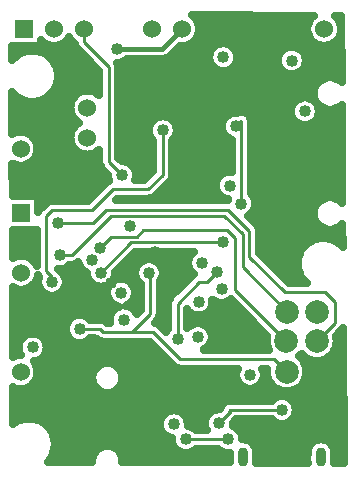
<source format=gbr>
G04 DipTrace 3.3.1.3*
G04 Signal_1.gbr*
%MOIN*%
G04 #@! TF.FileFunction,Copper,L2,Inr*
G04 #@! TF.Part,Single*
G04 #@! TA.AperFunction,Conductor*
%ADD10C,0.009843*%
G04 #@! TA.AperFunction,ViaPad*
%ADD14C,0.04*%
G04 #@! TA.AperFunction,Conductor*
%ADD15C,0.015*%
G04 #@! TA.AperFunction,CopperBalancing*
%ADD16C,0.025*%
G04 #@! TA.AperFunction,ComponentPad*
%ADD17R,0.06X0.06*%
%ADD18C,0.06*%
%ADD28C,0.07874*%
%ADD34O,0.035433X0.062992*%
%FSLAX26Y26*%
G04*
G70*
G90*
G75*
G01*
G04 Inner1*
%LPD*%
X1141493Y1171112D2*
D10*
X836175D1*
X734936Y1069873D1*
X789701Y1816054D2*
D15*
X939651D1*
X1005731Y1882134D1*
X677976Y1881722D2*
D10*
Y1837833D1*
X759961Y1755846D1*
Y1440335D1*
X805578Y1394718D1*
X596441Y1127317D2*
X637229D1*
X769343Y1259431D1*
X1144409D1*
X1206476Y1197364D1*
Y1087280D1*
X1353531Y940225D1*
X592556Y1236440D2*
X707784D1*
X751661Y1280317D1*
X1158573D1*
X1229645Y1209245D1*
Y1121064D1*
X1346848Y1003860D1*
X1481888D1*
X1514230Y971518D1*
Y901162D1*
X1453924Y840856D1*
X1159645Y514100D2*
X1018216D1*
X1337621Y611970D2*
X1165600D1*
X1162669Y609039D1*
X1169264D1*
X1128228Y568003D1*
X990044Y847927D2*
Y967125D1*
X1060854Y1037935D1*
X1087998D1*
X1122222Y1072159D1*
X663662Y882224D2*
X731129D1*
X742297Y871056D1*
X837848D1*
X898598Y931805D1*
Y1064025D1*
X894247Y1068376D1*
X837848Y871056D2*
X909569D1*
X998878Y781746D1*
X1311852D1*
X1353373Y740225D1*
X730060Y1152759D2*
X767226Y1189926D1*
X854251D1*
X875422Y1211095D1*
X1154735D1*
X1180864Y1184966D1*
Y1012813D1*
X1352783Y840894D1*
X571569Y1039275D2*
Y1056978D1*
X552687Y1075860D1*
Y1257607D1*
X572749Y1277669D1*
X704928D1*
X775738Y1348478D1*
X892574D1*
X940961Y1396865D1*
Y1544386D1*
X1202535Y1299792D2*
Y1575826D1*
X1184077Y1557368D1*
D14*
X1141493Y1171112D3*
X734936Y1069873D3*
X789701Y1816054D3*
X805578Y1394718D3*
X1070973Y1102082D3*
X596441Y1127317D3*
X592556Y1236440D3*
X1370611Y1776985D3*
X1159645Y514100D3*
X1018216D3*
X1337621Y611970D3*
X1128228Y568003D3*
X990044Y847927D3*
X1122222Y1072159D3*
X990044Y847927D3*
X663662Y882224D3*
X894247Y1068376D3*
X730060Y1152759D3*
X571569Y1039275D3*
X940961Y1544386D3*
X801876Y1003163D3*
X1202535Y1299792D3*
X1184077Y1557368D3*
X1060445Y973170D3*
X810545Y913193D3*
X1136666Y1015707D3*
X768810Y1036218D3*
X915378Y1137951D3*
X1177705Y828397D3*
X1231464Y729365D3*
X782224Y526405D3*
X507035Y820890D3*
X832856Y1226338D3*
X704691Y1112682D3*
X996968Y1684810D3*
X518161Y1373100D3*
X1414494Y1607550D3*
X1142301Y1787907D3*
X1404848Y1393050D3*
X1164016Y1360335D3*
X977624Y564742D3*
X1279798Y1157810D3*
X1057829Y855380D3*
X1059720Y1905396D2*
D16*
X1424830D1*
X1064708Y1880527D2*
X1419842D1*
X1058141Y1855658D2*
X1426409D1*
X536959Y1830789D2*
X551049D1*
X604924D2*
X644851D1*
X1031802D2*
X1121859D1*
X1162743D2*
X1452747D1*
X1504827D2*
X1534169D1*
X441399Y1805920D2*
X476159D1*
X535632D2*
X662973D1*
X980092D2*
X1096956D1*
X1187648D2*
X1331710D1*
X1409483D2*
X1534276D1*
X572843Y1781052D2*
X687840D1*
X822813D2*
X1093834D1*
X1190770D2*
X1321806D1*
X1419423D2*
X1534384D1*
X587986Y1756183D2*
X712708D1*
X793854D2*
X1105819D1*
X1178784D2*
X1326543D1*
X1414687D2*
X1534528D1*
X593692Y1731314D2*
X726057D1*
X793890D2*
X1359413D1*
X1381780D2*
X1534636D1*
X591934Y1706445D2*
X726057D1*
X793890D2*
X1458669D1*
X582174Y1681577D2*
X726057D1*
X793890D2*
X1443669D1*
X560141Y1656708D2*
X643560D1*
X793890D2*
X1442735D1*
X441722Y1631839D2*
X631430D1*
X793890D2*
X1372367D1*
X441759Y1606970D2*
X631789D1*
X793890D2*
X1195960D1*
X1209112D2*
X1365512D1*
X1463489D2*
X1535245D1*
X441794Y1582102D2*
X645031D1*
X793890D2*
X911291D1*
X970655D2*
X1142205D1*
X1235804D2*
X1373085D1*
X1455918D2*
X1535389D1*
X441867Y1557233D2*
X644025D1*
X793890D2*
X893780D1*
X988130D2*
X1135100D1*
X1236449D2*
X1535497D1*
X497200Y1532364D2*
X631537D1*
X793890D2*
X893564D1*
X988382D2*
X1142385D1*
X1236449D2*
X1535604D1*
X520201Y1507495D2*
X631682D1*
X793890D2*
X907057D1*
X974890D2*
X1168616D1*
X1236449D2*
X1535747D1*
X525620Y1482627D2*
X644564D1*
X793890D2*
X907057D1*
X974890D2*
X1168616D1*
X1236449D2*
X1535855D1*
X519519Y1457758D2*
X726057D1*
X793890D2*
X907057D1*
X974890D2*
X1168616D1*
X1236449D2*
X1535962D1*
X494544Y1432889D2*
X726953D1*
X834619D2*
X907057D1*
X974890D2*
X1168616D1*
X1236449D2*
X1536107D1*
X442153Y1408020D2*
X745363D1*
X852632D2*
X905191D1*
X974890D2*
X1168616D1*
X1236449D2*
X1536214D1*
X442190Y1383151D2*
X758065D1*
X853099D2*
X880323D1*
X971731D2*
X1120998D1*
X1236449D2*
X1536357D1*
X442225Y1358283D2*
X738616D1*
X949305D2*
X1115077D1*
X1236449D2*
X1536465D1*
X442260Y1333414D2*
X713749D1*
X924436D2*
X1123617D1*
X1237132D2*
X1536573D1*
X527665Y1308545D2*
X564470D1*
X1250696D2*
X1461037D1*
X1248650Y1283676D2*
X1444314D1*
X1227012Y1258808D2*
X1442377D1*
X1251880Y1233939D2*
X1453142D1*
X442512Y1209070D2*
X518789D1*
X1263543D2*
X1537183D1*
X442548Y1184201D2*
X518789D1*
X1263543D2*
X1455546D1*
X1495749D2*
X1537326D1*
X442620Y1159333D2*
X518789D1*
X1263543D2*
X1411050D1*
X442655Y1134464D2*
X518789D1*
X846460D2*
X1035128D1*
X1263543D2*
X1394615D1*
X821592Y1109595D2*
X870239D1*
X918264D2*
X1022604D1*
X1288052D2*
X1388085D1*
X617591Y1084726D2*
X665053D1*
X796725D2*
X848242D1*
X940262D2*
X1025331D1*
X1312919D2*
X1389053D1*
X615760Y1059857D2*
X687050D1*
X782838D2*
X846053D1*
X942451D2*
X1035844D1*
X1337787D2*
X1397844D1*
X620354Y1034989D2*
X701691D1*
X838279D2*
X859402D1*
X932511D2*
X1010977D1*
X442871Y1010120D2*
X532856D1*
X610271D2*
X753401D1*
X850335D2*
X864678D1*
X932511D2*
X986109D1*
X442943Y985251D2*
X756486D1*
X847285D2*
X864678D1*
X932511D2*
X961888D1*
X442978Y960382D2*
X781175D1*
X822561D2*
X864678D1*
X932511D2*
X956146D1*
X1107625D2*
X1186378D1*
X443015Y935514D2*
X767251D1*
X932511D2*
X956146D1*
X1090221D2*
X1211247D1*
X443086Y910645D2*
X624361D1*
X746989D2*
X761617D1*
X924329D2*
X956146D1*
X1023944D2*
X1236115D1*
X443123Y885776D2*
X614815D1*
X941768D2*
X956146D1*
X1095497D2*
X1260982D1*
X443158Y860907D2*
X480860D1*
X533191D2*
X619839D1*
X1106477D2*
X1285850D1*
X1520903D2*
X1538905D1*
X443230Y836039D2*
X460586D1*
X553502D2*
X655867D1*
X671489D2*
X897655D1*
X1102602D2*
X1284594D1*
X1522124D2*
X1539012D1*
X443266Y811170D2*
X459078D1*
X555008D2*
X922523D1*
X1515197D2*
X1539157D1*
X540583Y786301D2*
X947390D1*
X1493309D2*
X1539264D1*
X520704Y761432D2*
X726738D1*
X785242D2*
X972258D1*
X1418239D2*
X1539372D1*
X525440Y736564D2*
X706536D1*
X805444D2*
X1183041D1*
X1421648D2*
X1539515D1*
X518658Y711695D2*
X703917D1*
X808065D2*
X1185948D1*
X1276962D2*
X1291520D1*
X1415225D2*
X1539623D1*
X491494Y686826D2*
X715112D1*
X796868D2*
X1210207D1*
X1252705D2*
X1312333D1*
X1394411D2*
X1539767D1*
X443553Y661957D2*
X1539875D1*
X443588Y637088D2*
X1144251D1*
X1379233D2*
X1539982D1*
X443624Y612220D2*
X1111381D1*
X1386625D2*
X1540125D1*
X443696Y587351D2*
X934508D1*
X1020750D2*
X1083464D1*
X1379556D2*
X1540233D1*
X553609Y562482D2*
X928695D1*
X1026564D2*
X1079552D1*
X1176882D2*
X1540340D1*
X572987Y537613D2*
X937378D1*
X1202252D2*
X1540485D1*
X581312Y512745D2*
X969243D1*
X1223460D2*
X1451742D1*
X1482794D2*
X1540592D1*
X581886Y487876D2*
X730291D1*
X781690D2*
X977318D1*
X1250731D2*
X1424112D1*
X1510426D2*
X1540735D1*
X574889Y463007D2*
X707361D1*
X804620D2*
X1160830D1*
X1254249D2*
X1420560D1*
X1513978D2*
X1540843D1*
X939974Y438138D2*
X1161081D1*
X1253961D2*
X1420810D1*
X1513726D2*
X1540951D1*
X522956Y1478905D2*
X521570Y1470149D1*
X518830Y1461718D1*
X514806Y1453821D1*
X509596Y1446650D1*
X503327Y1440381D1*
X496157Y1435171D1*
X488259Y1431148D1*
X479829Y1428407D1*
X471073Y1427022D1*
X462209D1*
X453453Y1428407D1*
X445023Y1431148D1*
X439590Y1433792D1*
X439791Y1326621D1*
X525178Y1326640D1*
Y1272777D1*
X528802Y1278007D1*
X550537Y1299880D1*
X554285Y1303081D1*
X558489Y1305655D1*
X563043Y1307543D1*
X567835Y1308692D1*
X572758Y1309079D1*
X691920D1*
X755338Y1372363D1*
X759326Y1375260D1*
X761486Y1376469D1*
X761364Y1380352D1*
X759661Y1387445D1*
X759088Y1394718D1*
X759166Y1396699D1*
X736077Y1419935D1*
X733179Y1423923D1*
X730941Y1428314D1*
X729418Y1433002D1*
X728648Y1437871D1*
X728550Y1479700D1*
X722407Y1474535D1*
X714850Y1469903D1*
X706661Y1466511D1*
X698041Y1464441D1*
X689204Y1463746D1*
X680367Y1464441D1*
X671747Y1466511D1*
X663558Y1469903D1*
X656001Y1474535D1*
X649260Y1480292D1*
X643503Y1487032D1*
X638872Y1494590D1*
X635480Y1502779D1*
X633410Y1511398D1*
X632714Y1520235D1*
X633410Y1529073D1*
X635480Y1537692D1*
X638872Y1545881D1*
X643503Y1553439D1*
X649260Y1560179D1*
X656001Y1565936D1*
X662939Y1570221D1*
X656001Y1574535D1*
X649260Y1580292D1*
X643503Y1587032D1*
X638872Y1594590D1*
X635480Y1602779D1*
X633410Y1611398D1*
X632714Y1620235D1*
X633410Y1629073D1*
X635480Y1637692D1*
X638872Y1645881D1*
X643503Y1653439D1*
X649260Y1660179D1*
X656001Y1665936D1*
X663558Y1670567D1*
X671747Y1673960D1*
X680367Y1676029D1*
X689204Y1676725D1*
X698041Y1676029D1*
X706661Y1673960D1*
X714850Y1670567D1*
X722407Y1665936D1*
X728550Y1660808D1*
Y1742802D1*
X654090Y1817434D1*
X651193Y1821420D1*
X648956Y1825813D1*
X647432Y1830501D1*
X646951Y1832928D1*
X644772Y1836022D1*
X638032Y1841779D1*
X632275Y1848519D1*
X627990Y1855457D1*
X623676Y1848519D1*
X617919Y1841779D1*
X611179Y1836022D1*
X603621Y1831390D1*
X595432Y1827998D1*
X586813Y1825928D1*
X577976Y1825233D1*
X569138Y1825928D1*
X560519Y1827998D1*
X552330Y1831390D1*
X544772Y1836022D1*
X538032Y1841779D1*
X534473Y1845729D1*
X534465Y1825233D1*
X438834D1*
X438940Y1778116D1*
X445394Y1785318D1*
X450327Y1789877D1*
X455602Y1794036D1*
X461187Y1797767D1*
X467048Y1801049D1*
X473148Y1803861D1*
X479449Y1806187D1*
X485914Y1808010D1*
X492502Y1809319D1*
X499172Y1810109D1*
X505884Y1810373D1*
X512595Y1810109D1*
X519266Y1809319D1*
X525854Y1808010D1*
X532318Y1806187D1*
X538620Y1803861D1*
X544720Y1801049D1*
X550581Y1797767D1*
X556166Y1794036D1*
X561440Y1789877D1*
X566373Y1785318D1*
X570932Y1780385D1*
X575091Y1775111D1*
X578822Y1769525D1*
X582104Y1763665D1*
X584917Y1757565D1*
X587242Y1751263D1*
X589065Y1744798D1*
X590375Y1738210D1*
X591165Y1731540D1*
X591428Y1724829D1*
X591165Y1718117D1*
X590375Y1711447D1*
X589065Y1704859D1*
X587242Y1698394D1*
X584917Y1692092D1*
X582104Y1685993D1*
X578822Y1680132D1*
X575091Y1674546D1*
X570932Y1669272D1*
X566373Y1664339D1*
X561440Y1659780D1*
X556166Y1655621D1*
X550581Y1651890D1*
X544720Y1648608D1*
X538620Y1645796D1*
X532318Y1643470D1*
X525854Y1641648D1*
X519266Y1640338D1*
X512595Y1639548D1*
X505884Y1639284D1*
X499172Y1639548D1*
X492502Y1640338D1*
X485914Y1641648D1*
X479449Y1643470D1*
X473148Y1645796D1*
X467048Y1648608D1*
X461187Y1651890D1*
X455602Y1655621D1*
X450327Y1659780D1*
X445394Y1664339D1*
X439129Y1671435D1*
X439402Y1532812D1*
X445023Y1535525D1*
X453453Y1538266D1*
X462209Y1539651D1*
X471073D1*
X479829Y1538266D1*
X488259Y1535525D1*
X496157Y1531502D1*
X503327Y1526292D1*
X509596Y1520023D1*
X514806Y1512852D1*
X518830Y1504955D1*
X521570Y1496524D1*
X522956Y1487768D1*
Y1478905D1*
X522819Y734210D2*
X521434Y725455D1*
X518693Y717024D1*
X514670Y709127D1*
X509460Y701956D1*
X503191Y695687D1*
X496020Y690477D1*
X488123Y686453D1*
X479692Y683713D1*
X470936Y682327D1*
X462073D1*
X453317Y683713D1*
X444886Y686453D1*
X441001Y688245D1*
X441222Y565304D1*
X449783Y571302D1*
X455644Y574585D1*
X461743Y577397D1*
X468045Y579722D1*
X474510Y581545D1*
X481098Y582855D1*
X487768Y583645D1*
X494480Y583909D1*
X501191Y583645D1*
X507861Y582855D1*
X514449Y581545D1*
X520914Y579722D1*
X527216Y577397D1*
X533315Y574585D1*
X539176Y571302D1*
X544762Y567571D1*
X550036Y563413D1*
X554969Y558854D1*
X559528Y553920D1*
X563687Y548646D1*
X567418Y543061D1*
X570700Y537200D1*
X573512Y531100D1*
X575838Y524798D1*
X577661Y518334D1*
X578970Y511746D1*
X579760Y505075D1*
X580024Y498364D1*
X579760Y491653D1*
X578970Y484982D1*
X577661Y478394D1*
X575838Y471930D1*
X573512Y465628D1*
X570700Y459528D1*
X567418Y453667D1*
X563687Y448082D1*
X556482Y439512D1*
X706087Y438974D1*
X706036Y447392D1*
X707266Y455158D1*
X709696Y462637D1*
X713266Y469644D1*
X717888Y476004D1*
X723448Y481565D1*
X729809Y486187D1*
X736815Y489756D1*
X744294Y492187D1*
X752061Y493417D1*
X759924D1*
X767691Y492187D1*
X775170Y489756D1*
X782176Y486187D1*
X788537Y481565D1*
X794098Y476004D1*
X798720Y469644D1*
X802289Y462637D1*
X804720Y455158D1*
X805949Y447392D1*
Y439528D1*
X805843Y438628D1*
X1163679Y437322D1*
X1163321Y443083D1*
X1163292Y467754D1*
X1155998D1*
X1148792Y468896D1*
X1141854Y471150D1*
X1135354Y474461D1*
X1129452Y478750D1*
X1125427Y482683D1*
X1052459Y482690D1*
X1048409Y478750D1*
X1042507Y474461D1*
X1036007Y471150D1*
X1029069Y468896D1*
X1021863Y467754D1*
X1014569D1*
X1007363Y468896D1*
X1000424Y471150D1*
X993924Y474461D1*
X988023Y478750D1*
X982865Y483907D1*
X978577Y489809D1*
X975266Y496309D1*
X973011Y503247D1*
X971869Y510453D1*
Y517747D1*
X971972Y518612D1*
X966771Y519537D1*
X959833Y521792D1*
X953333Y525103D1*
X947431Y529392D1*
X942273Y534549D1*
X937985Y540451D1*
X934674Y546951D1*
X932419Y553889D1*
X931277Y561095D1*
Y568389D1*
X932419Y575595D1*
X934674Y582533D1*
X937985Y589033D1*
X942273Y594935D1*
X947431Y600092D1*
X953333Y604381D1*
X959833Y607692D1*
X966771Y609947D1*
X973977Y611088D1*
X981271D1*
X988477Y609947D1*
X995415Y607692D1*
X1001915Y604381D1*
X1007817Y600092D1*
X1012974Y594935D1*
X1017263Y589033D1*
X1020574Y582533D1*
X1022829Y575595D1*
X1023970Y568389D1*
Y561095D1*
X1023868Y560230D1*
X1029069Y559305D1*
X1036007Y557050D1*
X1042507Y553739D1*
X1048409Y549451D1*
X1052434Y545518D1*
X1087508Y545511D1*
X1085277Y550212D1*
X1083023Y557150D1*
X1081881Y564356D1*
Y571650D1*
X1083023Y578856D1*
X1085277Y585794D1*
X1088588Y592294D1*
X1092877Y598196D1*
X1098035Y603354D1*
X1103936Y607642D1*
X1110436Y610953D1*
X1117375Y613208D1*
X1124581Y614350D1*
X1130208Y614415D1*
X1132125Y616372D1*
X1133649Y621060D1*
X1135886Y625451D1*
X1138784Y629439D1*
X1145200Y635855D1*
X1149188Y638752D1*
X1153579Y640990D1*
X1158267Y642514D1*
X1163136Y643284D1*
X1229905Y643381D1*
X1303360D1*
X1307428Y647321D1*
X1313330Y651609D1*
X1319830Y654920D1*
X1326768Y657175D1*
X1333974Y658317D1*
X1341268D1*
X1348474Y657175D1*
X1355413Y654920D1*
X1361913Y651609D1*
X1367814Y647321D1*
X1372972Y642163D1*
X1377260Y636262D1*
X1380571Y629762D1*
X1382826Y622823D1*
X1383968Y615617D1*
Y608323D1*
X1382826Y601117D1*
X1380571Y594179D1*
X1377260Y587679D1*
X1372972Y581777D1*
X1367814Y576620D1*
X1361913Y572331D1*
X1355413Y569020D1*
X1348474Y566766D1*
X1341268Y565624D1*
X1333974D1*
X1326768Y566766D1*
X1319830Y569020D1*
X1313330Y572331D1*
X1307428Y576620D1*
X1303403Y580553D1*
X1185221Y580560D1*
X1174651Y570004D1*
X1174574Y564356D1*
X1173686Y558423D1*
X1180751Y555523D1*
X1186970Y551710D1*
X1192518Y546973D1*
X1197255Y541426D1*
X1201067Y535207D1*
X1203859Y528466D1*
X1205562Y521373D1*
X1206107Y514798D1*
X1210995Y514699D1*
X1217847Y513613D1*
X1224444Y511470D1*
X1230624Y508321D1*
X1236237Y504243D1*
X1241141Y499339D1*
X1245218Y493726D1*
X1248368Y487546D1*
X1250511Y480949D1*
X1251596Y474098D1*
X1251733Y443070D1*
X1251289Y437003D1*
X1423550Y436384D1*
X1423061Y442957D1*
X1423197Y473972D1*
X1424283Y480823D1*
X1426426Y487420D1*
X1429575Y493600D1*
X1433653Y499213D1*
X1438557Y504117D1*
X1444170Y508195D1*
X1450350Y511344D1*
X1456947Y513487D1*
X1463798Y514573D1*
X1470735D1*
X1477587Y513487D1*
X1484184Y511344D1*
X1490364Y508195D1*
X1495977Y504117D1*
X1500881Y499213D1*
X1504959Y493600D1*
X1508108Y487420D1*
X1510251Y480823D1*
X1511336Y473972D1*
X1511473Y442944D1*
X1510934Y436069D1*
X1543476Y435951D1*
X1541279Y885204D1*
X1538115Y880762D1*
X1517081Y859591D1*
X1518973Y851159D1*
X1519784Y840856D1*
X1518973Y830553D1*
X1516561Y820504D1*
X1512606Y810956D1*
X1507207Y802145D1*
X1500494Y794287D1*
X1492636Y787574D1*
X1483825Y782175D1*
X1474276Y778220D1*
X1464228Y775808D1*
X1453924Y774997D1*
X1443621Y775808D1*
X1433573Y778220D1*
X1424024Y782175D1*
X1415213Y787574D1*
X1407355Y794287D1*
X1403356Y798703D1*
X1399352Y794325D1*
X1395539Y790801D1*
X1399943Y786794D1*
X1406655Y778936D1*
X1412054Y770125D1*
X1416010Y760577D1*
X1418422Y750528D1*
X1419233Y740225D1*
X1418422Y729922D1*
X1416010Y719873D1*
X1412054Y710325D1*
X1406655Y701514D1*
X1399943Y693655D1*
X1392085Y686943D1*
X1383273Y681544D1*
X1373725Y677588D1*
X1363676Y675176D1*
X1353373Y674365D1*
X1343070Y675176D1*
X1333022Y677588D1*
X1323473Y681544D1*
X1314662Y686943D1*
X1306804Y693655D1*
X1300091Y701514D1*
X1294692Y710325D1*
X1290737Y719873D1*
X1288325Y729922D1*
X1287514Y740225D1*
X1288304Y750347D1*
X1272990Y750335D1*
X1275678Y743731D1*
X1277381Y736638D1*
X1277953Y729365D1*
X1277381Y722092D1*
X1275678Y714999D1*
X1272886Y708259D1*
X1269074Y702040D1*
X1264336Y696493D1*
X1258789Y691755D1*
X1252570Y687943D1*
X1245830Y685151D1*
X1238737Y683448D1*
X1231464Y682876D1*
X1224191Y683448D1*
X1217098Y685151D1*
X1210357Y687943D1*
X1204138Y691755D1*
X1198591Y696493D1*
X1193854Y702040D1*
X1190041Y708259D1*
X1187250Y714999D1*
X1185546Y722092D1*
X1184974Y729365D1*
X1185546Y736638D1*
X1187250Y743731D1*
X1189976Y750329D1*
X996414Y750432D1*
X991545Y751203D1*
X986857Y752726D1*
X982466Y754964D1*
X978478Y757861D1*
X931197Y805006D1*
X896562Y839641D1*
X739833Y839742D1*
X734964Y840512D1*
X730276Y842036D1*
X725885Y844273D1*
X721897Y847171D1*
X720079Y848852D1*
X712756Y850813D1*
X697936D1*
X693855Y846873D1*
X687953Y842585D1*
X681453Y839273D1*
X674515Y837019D1*
X667309Y835877D1*
X660015D1*
X652809Y837019D1*
X645871Y839273D1*
X639371Y842585D1*
X633469Y846873D1*
X628312Y852031D1*
X624023Y857932D1*
X620712Y864432D1*
X618457Y871371D1*
X617315Y878577D1*
Y885871D1*
X618457Y893077D1*
X620712Y900015D1*
X624023Y906515D1*
X628312Y912417D1*
X633469Y917574D1*
X639371Y921863D1*
X645871Y925174D1*
X652809Y927428D1*
X660015Y928570D1*
X667309D1*
X674515Y927428D1*
X681453Y925174D1*
X687953Y921863D1*
X693855Y917574D1*
X697880Y913641D1*
X733594Y913537D1*
X738462Y912767D1*
X743150Y911243D1*
X747541Y909006D1*
X751529Y906108D1*
X755304Y902472D1*
X765298Y902466D1*
X764199Y909546D1*
Y916840D1*
X765340Y924046D1*
X767595Y930985D1*
X770906Y937485D1*
X775195Y943386D1*
X780352Y948544D1*
X786254Y952833D1*
X792754Y956144D1*
X795417Y957127D1*
X787510Y958949D1*
X780770Y961741D1*
X774550Y965553D1*
X769003Y970291D1*
X764266Y975838D1*
X760453Y982057D1*
X757662Y988797D1*
X755959Y995890D1*
X755386Y1003163D1*
X755959Y1010436D1*
X757662Y1017529D1*
X760453Y1024270D1*
X764266Y1030489D1*
X769003Y1036036D1*
X774550Y1040773D1*
X780770Y1044586D1*
X787510Y1047377D1*
X794603Y1049081D1*
X801876Y1049653D1*
X809149Y1049081D1*
X816242Y1047377D1*
X822982Y1044586D1*
X829201Y1040773D1*
X834749Y1036036D1*
X839486Y1030489D1*
X843298Y1024270D1*
X846090Y1017529D1*
X847793Y1010436D1*
X848365Y1003163D1*
X847793Y995890D1*
X846090Y988797D1*
X843298Y982057D1*
X839486Y975838D1*
X834749Y970291D1*
X829201Y965553D1*
X822982Y961741D1*
X817004Y959230D1*
X824911Y957407D1*
X831651Y954616D1*
X837871Y950804D1*
X843418Y946066D1*
X848155Y940519D1*
X851968Y934300D1*
X853455Y931075D1*
X867172Y944801D1*
X867187Y1030594D1*
X861375Y1035503D1*
X856637Y1041050D1*
X852825Y1047270D1*
X850033Y1054010D1*
X848330Y1061103D1*
X847758Y1068376D1*
X848330Y1075649D1*
X850033Y1082742D1*
X852825Y1089482D1*
X856637Y1095701D1*
X861375Y1101249D1*
X866922Y1105986D1*
X873141Y1109798D1*
X879881Y1112590D1*
X886974Y1114293D1*
X894247Y1114865D1*
X901520Y1114293D1*
X908613Y1112590D1*
X915354Y1109798D1*
X921573Y1105986D1*
X927120Y1101249D1*
X931857Y1095701D1*
X935670Y1089482D1*
X938461Y1082742D1*
X940165Y1075649D1*
X940737Y1068376D1*
X940165Y1061103D1*
X938461Y1054010D1*
X935670Y1047270D1*
X931857Y1041050D1*
X930014Y1038709D1*
X929911Y929340D1*
X929141Y924472D1*
X927617Y919784D1*
X925380Y915393D1*
X922482Y911405D1*
X913424Y902210D1*
X919275Y900930D1*
X923829Y899043D1*
X928032Y896468D1*
X931780Y893267D1*
X951343Y873703D1*
X954693Y878120D1*
X958627Y882145D1*
X958730Y969590D1*
X959501Y974459D1*
X961024Y979146D1*
X963262Y983537D1*
X966159Y987525D1*
X1013304Y1034806D1*
X1040453Y1061819D1*
X1043648Y1064472D1*
X1038100Y1069209D1*
X1033363Y1074756D1*
X1029550Y1080976D1*
X1026759Y1087716D1*
X1025056Y1094809D1*
X1024483Y1102082D1*
X1025056Y1109355D1*
X1026759Y1116448D1*
X1029550Y1123188D1*
X1033363Y1129407D1*
X1038100Y1134955D1*
X1043659Y1139700D1*
X849216Y1139701D1*
X781376Y1071892D1*
X781283Y1066226D1*
X780141Y1059020D1*
X777886Y1052082D1*
X774575Y1045582D1*
X770287Y1039680D1*
X765129Y1034523D1*
X759228Y1030234D1*
X752728Y1026923D1*
X745789Y1024669D1*
X738583Y1023527D1*
X731289D1*
X724083Y1024669D1*
X717145Y1026923D1*
X710645Y1030234D1*
X704743Y1034523D1*
X699586Y1039680D1*
X695297Y1045582D1*
X691986Y1052082D1*
X689731Y1059020D1*
X688590Y1066226D1*
X688477Y1069119D1*
X683585Y1071259D1*
X677365Y1075071D1*
X671818Y1079809D1*
X667081Y1085356D1*
X663268Y1091575D1*
X660477Y1098315D1*
X658932Y1104612D1*
X655692Y1101905D1*
X651489Y1099330D1*
X646935Y1097443D1*
X642142Y1096293D1*
X637220Y1095906D1*
X629314Y1094444D1*
X623767Y1089707D1*
X617548Y1085894D1*
X610808Y1083103D1*
X603714Y1081399D1*
X596441Y1080827D1*
X591930Y1081073D1*
X598894Y1076885D1*
X604441Y1072148D1*
X609179Y1066600D1*
X612991Y1060381D1*
X615783Y1053641D1*
X617486Y1046548D1*
X618058Y1039275D1*
X617486Y1032002D1*
X615783Y1024909D1*
X612991Y1018169D1*
X609179Y1011949D1*
X604441Y1006402D1*
X598894Y1001665D1*
X592675Y997852D1*
X585935Y995061D1*
X578842Y993357D1*
X571569Y992785D1*
X564296Y993357D1*
X557203Y995061D1*
X550462Y997852D1*
X544243Y1001665D1*
X538696Y1006402D1*
X533959Y1011949D1*
X530146Y1018169D1*
X527355Y1024909D1*
X525651Y1032002D1*
X525079Y1039275D1*
X525651Y1046548D1*
X527355Y1053641D1*
X528268Y1056116D1*
X525905Y1059448D1*
X524696Y1061608D1*
X523617Y1056962D1*
X520877Y1048532D1*
X516854Y1040634D1*
X511644Y1033464D1*
X505375Y1027195D1*
X498204Y1021985D1*
X490306Y1017961D1*
X481876Y1015221D1*
X473120Y1013835D1*
X464256D1*
X455501Y1015221D1*
X447070Y1017961D1*
X440367Y1021315D1*
X440859Y788974D1*
X449048Y792367D1*
X457667Y794436D1*
X466504Y795132D1*
X468392Y795058D1*
X465612Y799784D1*
X462821Y806524D1*
X461117Y813617D1*
X460545Y820890D1*
X461117Y828163D1*
X462821Y835256D1*
X465612Y841997D1*
X469424Y848216D1*
X474162Y853763D1*
X479709Y858501D1*
X485928Y862313D1*
X492669Y865104D1*
X499762Y866808D1*
X507035Y867380D1*
X514308Y866808D1*
X521401Y865104D1*
X528141Y862313D1*
X534360Y858501D1*
X539907Y853763D1*
X544645Y848216D1*
X548457Y841997D1*
X551249Y835256D1*
X552952Y828163D1*
X553524Y820890D1*
X552952Y813617D1*
X551249Y806524D1*
X548457Y799784D1*
X544645Y793565D1*
X539907Y788018D1*
X534360Y783280D1*
X528141Y779468D1*
X521401Y776676D1*
X514308Y774973D1*
X510127Y774523D1*
X514670Y768158D1*
X518693Y760260D1*
X521434Y751830D1*
X522819Y743074D1*
Y734210D1*
X1535107Y1877703D2*
X1533721Y1868947D1*
X1530981Y1860516D1*
X1526957Y1852619D1*
X1521747Y1845448D1*
X1515478Y1839179D1*
X1508308Y1833969D1*
X1500410Y1829945D1*
X1491980Y1827205D1*
X1483224Y1825819D1*
X1474360D1*
X1465604Y1827205D1*
X1457174Y1829945D1*
X1449276Y1833969D1*
X1442106Y1839179D1*
X1435836Y1845448D1*
X1430627Y1852619D1*
X1426603Y1860516D1*
X1423863Y1868947D1*
X1422477Y1877703D1*
Y1886566D1*
X1423863Y1895322D1*
X1426603Y1903752D1*
X1430627Y1911650D1*
X1435836Y1918821D1*
X1442106Y1925090D1*
X1443697Y1926344D1*
X1038935Y1927835D1*
X1045675Y1922078D1*
X1051432Y1915338D1*
X1056064Y1907780D1*
X1059456Y1899591D1*
X1061525Y1890972D1*
X1062221Y1882134D1*
X1061525Y1873297D1*
X1059456Y1864678D1*
X1056064Y1856489D1*
X1051432Y1848931D1*
X1045675Y1842191D1*
X1038935Y1836434D1*
X1031377Y1831802D1*
X1023188Y1828410D1*
X1014569Y1826340D1*
X1005731Y1825645D1*
X997876Y1826225D1*
X961726Y1790208D1*
X957411Y1787074D1*
X952659Y1784651D1*
X947586Y1783004D1*
X942318Y1782170D1*
X884533Y1782065D1*
X821413D1*
X817027Y1778444D1*
X810808Y1774632D1*
X804067Y1771840D1*
X796974Y1770137D1*
X789701Y1769565D1*
X788176Y1769625D1*
X789835Y1765552D1*
X790985Y1760759D1*
X791372Y1755846D1*
Y1453378D1*
X803562Y1441155D1*
X809225Y1441065D1*
X816431Y1439923D1*
X823369Y1437669D1*
X829869Y1434357D1*
X835771Y1430069D1*
X840928Y1424911D1*
X845217Y1419010D1*
X848528Y1412510D1*
X850783Y1405571D1*
X851924Y1398365D1*
Y1391071D1*
X850783Y1383865D1*
X849620Y1379884D1*
X879550Y1379889D1*
X909566Y1409892D1*
X909550Y1510081D1*
X905611Y1514193D1*
X901322Y1520095D1*
X898011Y1526595D1*
X895756Y1533533D1*
X894615Y1540739D1*
Y1548033D1*
X895756Y1555239D1*
X898011Y1562178D1*
X901322Y1568678D1*
X905611Y1574579D1*
X910768Y1579737D1*
X916670Y1584025D1*
X923170Y1587336D1*
X930108Y1589591D1*
X937314Y1590733D1*
X944608D1*
X951814Y1589591D1*
X958752Y1587336D1*
X965252Y1584025D1*
X971154Y1579737D1*
X976312Y1574579D1*
X980600Y1568678D1*
X983911Y1562178D1*
X986166Y1555239D1*
X987308Y1548033D1*
Y1540739D1*
X986166Y1533533D1*
X983911Y1526595D1*
X980600Y1520095D1*
X976312Y1514193D1*
X972378Y1510169D1*
X972275Y1394401D1*
X971504Y1389532D1*
X969981Y1384844D1*
X967743Y1380453D1*
X964846Y1376465D1*
X914785Y1326267D1*
X911037Y1323066D1*
X906834Y1320491D1*
X902280Y1318604D1*
X897487Y1317455D1*
X892565Y1317067D1*
X788762D1*
X783410Y1311728D1*
X1157608D1*
X1158335Y1314199D1*
X1153163Y1315130D1*
X1146225Y1317385D1*
X1139725Y1320696D1*
X1133823Y1324985D1*
X1128666Y1330142D1*
X1124377Y1336044D1*
X1121066Y1342544D1*
X1118812Y1349482D1*
X1117670Y1356688D1*
Y1363982D1*
X1118812Y1371188D1*
X1121066Y1378127D1*
X1124377Y1384627D1*
X1128666Y1390528D1*
X1133823Y1395686D1*
X1139725Y1399974D1*
X1146225Y1403285D1*
X1153163Y1405540D1*
X1160369Y1406682D1*
X1167663D1*
X1171133Y1406271D1*
X1171124Y1512692D1*
X1166285Y1514418D1*
X1159785Y1517729D1*
X1153884Y1522018D1*
X1148726Y1527175D1*
X1144438Y1533077D1*
X1141127Y1539577D1*
X1138872Y1546515D1*
X1137730Y1553721D1*
Y1561015D1*
X1138872Y1568221D1*
X1141127Y1575159D1*
X1144438Y1581659D1*
X1148726Y1587561D1*
X1153884Y1592718D1*
X1159785Y1597007D1*
X1166285Y1600318D1*
X1173224Y1602573D1*
X1180430Y1603714D1*
X1188022Y1603679D1*
X1192829Y1605700D1*
X1197621Y1606850D1*
X1202535Y1607237D1*
X1207448Y1606850D1*
X1212241Y1605700D1*
X1216794Y1603813D1*
X1220998Y1601238D1*
X1224746Y1598037D1*
X1227947Y1594289D1*
X1230522Y1590086D1*
X1232409Y1585532D1*
X1233558Y1580739D1*
X1233945Y1575817D1*
Y1334074D1*
X1237885Y1329985D1*
X1242174Y1324083D1*
X1245485Y1317583D1*
X1247739Y1310645D1*
X1248881Y1303439D1*
Y1296145D1*
X1247739Y1288939D1*
X1245485Y1282001D1*
X1242174Y1275501D1*
X1237885Y1269599D1*
X1232728Y1264441D1*
X1226826Y1260153D1*
X1224474Y1258836D1*
X1253529Y1229645D1*
X1256427Y1225657D1*
X1258665Y1221266D1*
X1260188Y1216578D1*
X1260959Y1211709D1*
X1261056Y1144940D1*
Y1134067D1*
X1359873Y1035258D1*
X1420085Y1035440D1*
X1415151Y1039999D1*
X1410592Y1044932D1*
X1406434Y1050207D1*
X1402703Y1055792D1*
X1399420Y1061653D1*
X1396608Y1067752D1*
X1394283Y1074054D1*
X1392460Y1080519D1*
X1391150Y1087107D1*
X1390360Y1093777D1*
X1390096Y1100489D1*
X1390360Y1107200D1*
X1391150Y1113871D1*
X1392460Y1120459D1*
X1394283Y1126923D1*
X1396608Y1133225D1*
X1399420Y1139325D1*
X1402703Y1145186D1*
X1406434Y1150771D1*
X1410592Y1156045D1*
X1415151Y1160978D1*
X1420085Y1165537D1*
X1425359Y1169696D1*
X1430944Y1173427D1*
X1436805Y1176709D1*
X1442905Y1179522D1*
X1449207Y1181847D1*
X1455671Y1183670D1*
X1462259Y1184980D1*
X1468930Y1185770D1*
X1475641Y1186033D1*
X1482352Y1185770D1*
X1489023Y1184980D1*
X1495611Y1183670D1*
X1502075Y1181847D1*
X1508377Y1179522D1*
X1514477Y1176709D1*
X1520338Y1173427D1*
X1525923Y1169696D1*
X1531197Y1165537D1*
X1536130Y1160978D1*
X1539960Y1156835D1*
X1539582Y1232271D1*
X1533373Y1226052D1*
X1526511Y1221066D1*
X1518955Y1217216D1*
X1510888Y1214595D1*
X1502511Y1213268D1*
X1494031D1*
X1485654Y1214595D1*
X1477587Y1217216D1*
X1470031Y1221066D1*
X1463169Y1226052D1*
X1457172Y1232048D1*
X1452187Y1238910D1*
X1448336Y1246466D1*
X1445716Y1254533D1*
X1444389Y1262910D1*
Y1271390D1*
X1445716Y1279767D1*
X1448336Y1287834D1*
X1452187Y1295390D1*
X1457172Y1302252D1*
X1463169Y1308249D1*
X1470031Y1313234D1*
X1477587Y1317085D1*
X1485654Y1319705D1*
X1494031Y1321032D1*
X1502511D1*
X1510888Y1319705D1*
X1518955Y1317085D1*
X1526511Y1313234D1*
X1533373Y1308249D1*
X1539246Y1302386D1*
X1537637Y1630150D1*
X1533373Y1626052D1*
X1526511Y1621066D1*
X1518955Y1617216D1*
X1510888Y1614595D1*
X1502511Y1613268D1*
X1494031D1*
X1485654Y1614595D1*
X1477587Y1617216D1*
X1470031Y1621066D1*
X1463169Y1626052D1*
X1457172Y1632048D1*
X1452187Y1638910D1*
X1448336Y1646466D1*
X1445716Y1654533D1*
X1444389Y1662910D1*
Y1671390D1*
X1445716Y1679767D1*
X1448336Y1687834D1*
X1452187Y1695390D1*
X1457172Y1702252D1*
X1463169Y1708249D1*
X1470031Y1713234D1*
X1477587Y1717085D1*
X1485654Y1719705D1*
X1494031Y1721032D1*
X1502511D1*
X1510888Y1719705D1*
X1518955Y1717085D1*
X1526511Y1713234D1*
X1533373Y1708249D1*
X1537266Y1704528D1*
X1536190Y1925976D1*
X1514312Y1926077D1*
X1518735Y1922078D1*
X1524493Y1915338D1*
X1529124Y1907780D1*
X1532516Y1899591D1*
X1534586Y1890972D1*
X1535281Y1882134D1*
X1535107Y1877703D1*
X805949Y715119D2*
X804720Y707352D1*
X802289Y699873D1*
X798720Y692867D1*
X794098Y686506D1*
X788537Y680945D1*
X782176Y676323D1*
X775170Y672754D1*
X767691Y670323D1*
X759924Y669094D1*
X752061D1*
X744294Y670323D1*
X736815Y672754D1*
X729809Y676323D1*
X723448Y680945D1*
X717888Y686506D1*
X713266Y692867D1*
X709696Y699873D1*
X707266Y707352D1*
X706036Y715119D1*
Y722982D1*
X707266Y730749D1*
X709696Y738228D1*
X713266Y745234D1*
X717888Y751595D1*
X723448Y757155D1*
X729809Y761777D1*
X736815Y765347D1*
X744294Y767777D1*
X752061Y769007D1*
X759924D1*
X767691Y767777D1*
X775170Y765347D1*
X782176Y761777D1*
X788537Y757155D1*
X794098Y751595D1*
X798720Y745234D1*
X802289Y738228D1*
X804720Y730749D1*
X805949Y722982D1*
Y715119D1*
X1293112Y813141D2*
X1290146Y820543D1*
X1287734Y830591D1*
X1286923Y840894D1*
X1287734Y851197D1*
X1289680Y859594D1*
X1167951Y981305D1*
X1163991Y978096D1*
X1157772Y974284D1*
X1151032Y971493D1*
X1143939Y969789D1*
X1136666Y969217D1*
X1129393Y969789D1*
X1122300Y971493D1*
X1115560Y974284D1*
X1109340Y978096D1*
X1106363Y980443D1*
X1106935Y973170D1*
X1106363Y965897D1*
X1104659Y958804D1*
X1101868Y952064D1*
X1098056Y945844D1*
X1093318Y940297D1*
X1087771Y935560D1*
X1081552Y931747D1*
X1074812Y928956D1*
X1067718Y927252D1*
X1060445Y926680D1*
X1053172Y927252D1*
X1046079Y928956D1*
X1039339Y931747D1*
X1033120Y935560D1*
X1027573Y940297D1*
X1022835Y945844D1*
X1021448Y947919D1*
X1021455Y884340D1*
X1024956Y888252D1*
X1030503Y892990D1*
X1036724Y896801D1*
X1043462Y899594D1*
X1050557Y901296D1*
X1057829Y901869D1*
X1065102Y901296D1*
X1072195Y899594D1*
X1078935Y896801D1*
X1085155Y892990D1*
X1090703Y888252D1*
X1095440Y882705D1*
X1099251Y876485D1*
X1102043Y869745D1*
X1103746Y862651D1*
X1104318Y855380D1*
X1103746Y848107D1*
X1102043Y841014D1*
X1099251Y834273D1*
X1095440Y828053D1*
X1090703Y822506D1*
X1085155Y817768D1*
X1078935Y813957D1*
X1077187Y813151D1*
X1293022Y813157D1*
X521267Y1213661D2*
X440024D1*
X440182Y1118924D1*
X447070Y1122339D1*
X455501Y1125079D1*
X464256Y1126465D1*
X473120D1*
X481876Y1125079D1*
X490306Y1122339D1*
X498204Y1118315D1*
X505375Y1113106D1*
X511644Y1106836D1*
X516854Y1099666D1*
X520877Y1091768D1*
X521280Y1090679D1*
X521276Y1213691D1*
X1460840Y1603903D2*
X1459699Y1596697D1*
X1457444Y1589759D1*
X1454133Y1583259D1*
X1449844Y1577357D1*
X1444687Y1572200D1*
X1438785Y1567911D1*
X1432285Y1564600D1*
X1425347Y1562346D1*
X1418141Y1561204D1*
X1410847D1*
X1403641Y1562346D1*
X1396703Y1564600D1*
X1390203Y1567911D1*
X1384301Y1572200D1*
X1379144Y1577357D1*
X1374855Y1583259D1*
X1371544Y1589759D1*
X1369289Y1596697D1*
X1368148Y1603903D1*
Y1611197D1*
X1369289Y1618403D1*
X1371544Y1625342D1*
X1374855Y1631842D1*
X1379144Y1637743D1*
X1384301Y1642901D1*
X1390203Y1647190D1*
X1396703Y1650501D1*
X1403641Y1652755D1*
X1410847Y1653897D1*
X1418141D1*
X1425347Y1652755D1*
X1432285Y1650501D1*
X1438785Y1647190D1*
X1444687Y1642901D1*
X1449844Y1637743D1*
X1454133Y1631842D1*
X1457444Y1625342D1*
X1459699Y1618403D1*
X1460840Y1611197D1*
Y1603903D1*
X1188648Y1784260D2*
X1187506Y1777054D1*
X1185251Y1770116D1*
X1181940Y1763616D1*
X1177651Y1757714D1*
X1172494Y1752557D1*
X1166592Y1748268D1*
X1160092Y1744957D1*
X1153154Y1742703D1*
X1145948Y1741561D1*
X1138654D1*
X1131448Y1742703D1*
X1124510Y1744957D1*
X1118010Y1748268D1*
X1112108Y1752557D1*
X1106951Y1757714D1*
X1102662Y1763616D1*
X1099351Y1770116D1*
X1097096Y1777054D1*
X1095955Y1784260D1*
Y1791554D1*
X1097096Y1798760D1*
X1099351Y1805699D1*
X1102662Y1812199D1*
X1106951Y1818100D1*
X1112108Y1823258D1*
X1118010Y1827546D1*
X1124510Y1830857D1*
X1131448Y1833112D1*
X1138654Y1834254D1*
X1145948D1*
X1153154Y1833112D1*
X1160092Y1830857D1*
X1166592Y1827546D1*
X1172494Y1823258D1*
X1177651Y1818100D1*
X1181940Y1812199D1*
X1185251Y1805699D1*
X1187506Y1798760D1*
X1188648Y1791554D1*
Y1784260D1*
X1416957Y1773338D2*
X1415815Y1766132D1*
X1413561Y1759193D1*
X1410250Y1752693D1*
X1405961Y1746792D1*
X1400804Y1741634D1*
X1394902Y1737346D1*
X1388402Y1734035D1*
X1381464Y1731780D1*
X1374258Y1730638D1*
X1366964D1*
X1359758Y1731780D1*
X1352819Y1734035D1*
X1346319Y1737346D1*
X1340418Y1741634D1*
X1335260Y1746792D1*
X1330972Y1752693D1*
X1327661Y1759193D1*
X1325406Y1766132D1*
X1324264Y1773338D1*
Y1780632D1*
X1325406Y1787838D1*
X1327661Y1794776D1*
X1330972Y1801276D1*
X1335260Y1807178D1*
X1340418Y1812335D1*
X1346319Y1816624D1*
X1352819Y1819935D1*
X1359758Y1822190D1*
X1366964Y1823331D1*
X1374258D1*
X1381464Y1822190D1*
X1388402Y1819935D1*
X1394902Y1816624D1*
X1400804Y1812335D1*
X1405961Y1807178D1*
X1410250Y1801276D1*
X1413561Y1794776D1*
X1415815Y1787838D1*
X1416957Y1780632D1*
Y1773338D1*
X951380Y873676D2*
X954693Y878120D1*
X958627Y882145D1*
D17*
X466641Y1583336D3*
D18*
Y1483336D3*
D17*
X466504Y638642D3*
D18*
Y738642D3*
D17*
X1378792Y1882134D3*
D18*
X1478792D3*
D17*
X1105731D3*
D18*
X1005731D3*
X905731D3*
D28*
X1453294Y939477D3*
X1453924Y840856D3*
X1453846Y740855D3*
X1353531Y940225D3*
X1352783Y840894D3*
X1353373Y740225D3*
D17*
X468688Y1270150D3*
D18*
Y1170150D3*
Y1070150D3*
D17*
X689204Y1720235D3*
D18*
Y1620235D3*
Y1520235D3*
D17*
X477976Y1881722D3*
D18*
X577976D3*
X677976D3*
D34*
X1467267Y456724D3*
X1207527Y456850D3*
M02*

</source>
